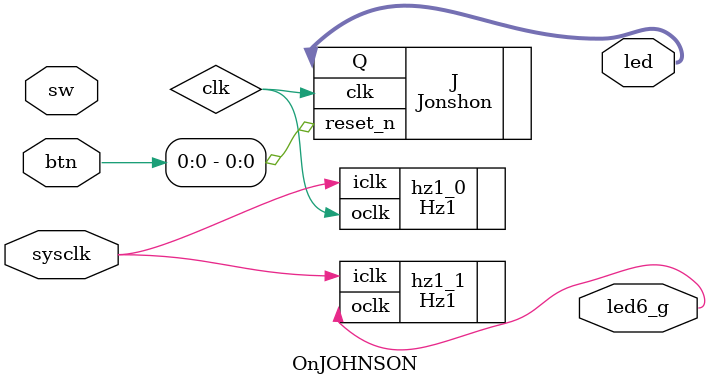
<source format=v>
`timescale 1ns / 1ps


module OnJOHNSON(
    output led6_g,
    output [3:0]led,
    input sysclk,
    input[3:0]sw,
    input [3:0]btn
    );
    
    wire clk;
    
    Hz1#(125000000, 1) hz1_0(.oclk(clk), .iclk(sysclk));
    Hz1#(125000000, 1) hz1_1(.oclk(led6_g), .iclk(sysclk));
    
    Jonshon #(4) J(.Q(led), .clk(clk), .reset_n(btn[0]));
endmodule

</source>
